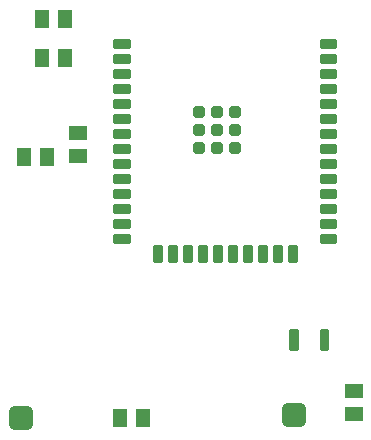
<source format=gtp>
G04 EAGLE Gerber RS-274X export*
G75*
%MOMM*%
%FSLAX34Y34*%
%LPD*%
%INSolderpaste Top*%
%IPPOS*%
%AMOC8*
5,1,8,0,0,1.08239X$1,22.5*%
G01*
%ADD10R,1.300000X1.500000*%
%ADD11C,0.406400*%
%ADD12R,1.500000X1.300000*%
%ADD13C,0.450000*%
%ADD14C,0.525000*%
%ADD15C,1.000000*%


D10*
X207620Y467360D03*
X188620Y467360D03*
X207620Y500380D03*
X188620Y500380D03*
X192380Y383540D03*
X173380Y383540D03*
X254660Y162560D03*
X273660Y162560D03*
D11*
X424942Y221615D02*
X424942Y235585D01*
X429006Y235585D01*
X429006Y221615D01*
X424942Y221615D01*
X424942Y225476D02*
X429006Y225476D01*
X429006Y229337D02*
X424942Y229337D01*
X424942Y233198D02*
X429006Y233198D01*
X399034Y235585D02*
X399034Y221615D01*
X399034Y235585D02*
X403098Y235585D01*
X403098Y221615D01*
X399034Y221615D01*
X399034Y225476D02*
X403098Y225476D01*
X403098Y229337D02*
X399034Y229337D01*
X399034Y233198D02*
X403098Y233198D01*
D12*
X452120Y165760D03*
X452120Y184760D03*
X218440Y384200D03*
X218440Y403200D03*
D13*
X250150Y481570D02*
X260650Y481570D01*
X260650Y477070D01*
X250150Y477070D01*
X250150Y481570D01*
X250150Y481345D02*
X260650Y481345D01*
X260650Y468870D02*
X250150Y468870D01*
X260650Y468870D02*
X260650Y464370D01*
X250150Y464370D01*
X250150Y468870D01*
X250150Y468645D02*
X260650Y468645D01*
X260650Y456170D02*
X250150Y456170D01*
X260650Y456170D02*
X260650Y451670D01*
X250150Y451670D01*
X250150Y456170D01*
X250150Y455945D02*
X260650Y455945D01*
X260650Y443470D02*
X250150Y443470D01*
X260650Y443470D02*
X260650Y438970D01*
X250150Y438970D01*
X250150Y443470D01*
X250150Y443245D02*
X260650Y443245D01*
X260650Y430770D02*
X250150Y430770D01*
X260650Y430770D02*
X260650Y426270D01*
X250150Y426270D01*
X250150Y430770D01*
X250150Y430545D02*
X260650Y430545D01*
X260650Y418070D02*
X250150Y418070D01*
X260650Y418070D02*
X260650Y413570D01*
X250150Y413570D01*
X250150Y418070D01*
X250150Y417845D02*
X260650Y417845D01*
X260650Y405370D02*
X250150Y405370D01*
X260650Y405370D02*
X260650Y400870D01*
X250150Y400870D01*
X250150Y405370D01*
X250150Y405145D02*
X260650Y405145D01*
X260650Y392670D02*
X250150Y392670D01*
X260650Y392670D02*
X260650Y388170D01*
X250150Y388170D01*
X250150Y392670D01*
X250150Y392445D02*
X260650Y392445D01*
X260650Y379970D02*
X250150Y379970D01*
X260650Y379970D02*
X260650Y375470D01*
X250150Y375470D01*
X250150Y379970D01*
X250150Y379745D02*
X260650Y379745D01*
X260650Y367270D02*
X250150Y367270D01*
X260650Y367270D02*
X260650Y362770D01*
X250150Y362770D01*
X250150Y367270D01*
X250150Y367045D02*
X260650Y367045D01*
X260650Y354570D02*
X250150Y354570D01*
X260650Y354570D02*
X260650Y350070D01*
X250150Y350070D01*
X250150Y354570D01*
X250150Y354345D02*
X260650Y354345D01*
X260650Y341870D02*
X250150Y341870D01*
X260650Y341870D02*
X260650Y337370D01*
X250150Y337370D01*
X250150Y341870D01*
X250150Y341645D02*
X260650Y341645D01*
X260650Y329170D02*
X250150Y329170D01*
X260650Y329170D02*
X260650Y324670D01*
X250150Y324670D01*
X250150Y329170D01*
X250150Y328945D02*
X260650Y328945D01*
X260650Y316470D02*
X250150Y316470D01*
X260650Y316470D02*
X260650Y311970D01*
X250150Y311970D01*
X250150Y316470D01*
X250150Y316245D02*
X260650Y316245D01*
X425150Y481570D02*
X435650Y481570D01*
X435650Y477070D01*
X425150Y477070D01*
X425150Y481570D01*
X425150Y481345D02*
X435650Y481345D01*
X435650Y468870D02*
X425150Y468870D01*
X435650Y468870D02*
X435650Y464370D01*
X425150Y464370D01*
X425150Y468870D01*
X425150Y468645D02*
X435650Y468645D01*
X435650Y456170D02*
X425150Y456170D01*
X435650Y456170D02*
X435650Y451670D01*
X425150Y451670D01*
X425150Y456170D01*
X425150Y455945D02*
X435650Y455945D01*
X435650Y443470D02*
X425150Y443470D01*
X435650Y443470D02*
X435650Y438970D01*
X425150Y438970D01*
X425150Y443470D01*
X425150Y443245D02*
X435650Y443245D01*
X435650Y430770D02*
X425150Y430770D01*
X435650Y430770D02*
X435650Y426270D01*
X425150Y426270D01*
X425150Y430770D01*
X425150Y430545D02*
X435650Y430545D01*
X435650Y418070D02*
X425150Y418070D01*
X435650Y418070D02*
X435650Y413570D01*
X425150Y413570D01*
X425150Y418070D01*
X425150Y417845D02*
X435650Y417845D01*
X435650Y405370D02*
X425150Y405370D01*
X435650Y405370D02*
X435650Y400870D01*
X425150Y400870D01*
X425150Y405370D01*
X425150Y405145D02*
X435650Y405145D01*
X435650Y392670D02*
X425150Y392670D01*
X435650Y392670D02*
X435650Y388170D01*
X425150Y388170D01*
X425150Y392670D01*
X425150Y392445D02*
X435650Y392445D01*
X435650Y379970D02*
X425150Y379970D01*
X435650Y379970D02*
X435650Y375470D01*
X425150Y375470D01*
X425150Y379970D01*
X425150Y379745D02*
X435650Y379745D01*
X435650Y367270D02*
X425150Y367270D01*
X435650Y367270D02*
X435650Y362770D01*
X425150Y362770D01*
X425150Y367270D01*
X425150Y367045D02*
X435650Y367045D01*
X435650Y354570D02*
X425150Y354570D01*
X435650Y354570D02*
X435650Y350070D01*
X425150Y350070D01*
X425150Y354570D01*
X425150Y354345D02*
X435650Y354345D01*
X435650Y341870D02*
X425150Y341870D01*
X435650Y341870D02*
X435650Y337370D01*
X425150Y337370D01*
X425150Y341870D01*
X425150Y341645D02*
X435650Y341645D01*
X435650Y329170D02*
X425150Y329170D01*
X435650Y329170D02*
X435650Y324670D01*
X425150Y324670D01*
X425150Y329170D01*
X425150Y328945D02*
X435650Y328945D01*
X435650Y316470D02*
X425150Y316470D01*
X435650Y316470D02*
X435650Y311970D01*
X425150Y311970D01*
X425150Y316470D01*
X425150Y316245D02*
X435650Y316245D01*
D14*
X338725Y403295D02*
X333475Y403295D01*
X333475Y408545D01*
X338725Y408545D01*
X338725Y403295D01*
X338725Y408282D02*
X333475Y408282D01*
D13*
X283550Y306970D02*
X283550Y296470D01*
X283550Y306970D02*
X288050Y306970D01*
X288050Y296470D01*
X283550Y296470D01*
X283550Y300745D02*
X288050Y300745D01*
X288050Y305020D02*
X283550Y305020D01*
X296250Y306970D02*
X296250Y296470D01*
X296250Y306970D02*
X300750Y306970D01*
X300750Y296470D01*
X296250Y296470D01*
X296250Y300745D02*
X300750Y300745D01*
X300750Y305020D02*
X296250Y305020D01*
X308950Y306970D02*
X308950Y296470D01*
X308950Y306970D02*
X313450Y306970D01*
X313450Y296470D01*
X308950Y296470D01*
X308950Y300745D02*
X313450Y300745D01*
X313450Y305020D02*
X308950Y305020D01*
X321650Y306970D02*
X321650Y296470D01*
X321650Y306970D02*
X326150Y306970D01*
X326150Y296470D01*
X321650Y296470D01*
X321650Y300745D02*
X326150Y300745D01*
X326150Y305020D02*
X321650Y305020D01*
X334350Y306970D02*
X334350Y296470D01*
X334350Y306970D02*
X338850Y306970D01*
X338850Y296470D01*
X334350Y296470D01*
X334350Y300745D02*
X338850Y300745D01*
X338850Y305020D02*
X334350Y305020D01*
X347050Y306970D02*
X347050Y296470D01*
X347050Y306970D02*
X351550Y306970D01*
X351550Y296470D01*
X347050Y296470D01*
X347050Y300745D02*
X351550Y300745D01*
X351550Y305020D02*
X347050Y305020D01*
X359750Y306970D02*
X359750Y296470D01*
X359750Y306970D02*
X364250Y306970D01*
X364250Y296470D01*
X359750Y296470D01*
X359750Y300745D02*
X364250Y300745D01*
X364250Y305020D02*
X359750Y305020D01*
X372450Y306970D02*
X372450Y296470D01*
X372450Y306970D02*
X376950Y306970D01*
X376950Y296470D01*
X372450Y296470D01*
X372450Y300745D02*
X376950Y300745D01*
X376950Y305020D02*
X372450Y305020D01*
X385150Y306970D02*
X385150Y296470D01*
X385150Y306970D02*
X389650Y306970D01*
X389650Y296470D01*
X385150Y296470D01*
X385150Y300745D02*
X389650Y300745D01*
X389650Y305020D02*
X385150Y305020D01*
X397850Y306970D02*
X397850Y296470D01*
X397850Y306970D02*
X402350Y306970D01*
X402350Y296470D01*
X397850Y296470D01*
X397850Y300745D02*
X402350Y300745D01*
X402350Y305020D02*
X397850Y305020D01*
D14*
X323475Y403295D02*
X318225Y403295D01*
X318225Y408545D01*
X323475Y408545D01*
X323475Y403295D01*
X323475Y408282D02*
X318225Y408282D01*
X348725Y403295D02*
X353975Y403295D01*
X348725Y403295D02*
X348725Y408545D01*
X353975Y408545D01*
X353975Y403295D01*
X353975Y408282D02*
X348725Y408282D01*
X338725Y418545D02*
X333475Y418545D01*
X333475Y423795D01*
X338725Y423795D01*
X338725Y418545D01*
X338725Y423532D02*
X333475Y423532D01*
X323475Y418545D02*
X318225Y418545D01*
X318225Y423795D01*
X323475Y423795D01*
X323475Y418545D01*
X323475Y423532D02*
X318225Y423532D01*
X348725Y418545D02*
X353975Y418545D01*
X348725Y418545D02*
X348725Y423795D01*
X353975Y423795D01*
X353975Y418545D01*
X353975Y423532D02*
X348725Y423532D01*
X338725Y388045D02*
X333475Y388045D01*
X333475Y393295D01*
X338725Y393295D01*
X338725Y388045D01*
X338725Y393032D02*
X333475Y393032D01*
X323475Y388045D02*
X318225Y388045D01*
X318225Y393295D01*
X323475Y393295D01*
X323475Y388045D01*
X323475Y393032D02*
X318225Y393032D01*
X348725Y388045D02*
X353975Y388045D01*
X348725Y388045D02*
X348725Y393295D01*
X353975Y393295D01*
X353975Y388045D01*
X353975Y393032D02*
X348725Y393032D01*
D15*
X396320Y160100D02*
X406320Y160100D01*
X396320Y160100D02*
X396320Y170100D01*
X406320Y170100D01*
X406320Y160100D01*
X406320Y169600D02*
X396320Y169600D01*
X175180Y157560D02*
X165180Y157560D01*
X165180Y167560D01*
X175180Y167560D01*
X175180Y157560D01*
X175180Y167060D02*
X165180Y167060D01*
M02*

</source>
